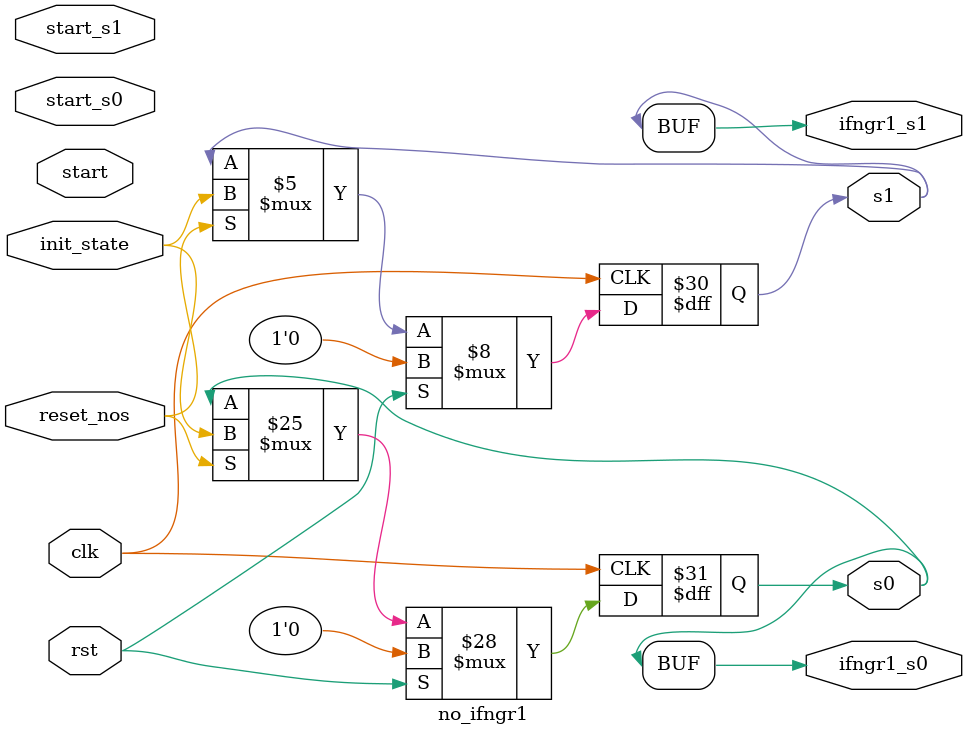
<source format=v>

module no_ifngr1
(
  input clk,
  input start,
  input rst,
  input reset_nos,
  input start_s0,
  input start_s1,
  input init_state,
  output reg [1-1:0] s0,
  output reg [1-1:0] s1,
  output [1-1:0] ifngr1_s0,
  output [1-1:0] ifngr1_s1
);

  reg pass;

  always @(posedge clk) begin
    if(rst) begin
      s0 <= 1'd0;
      pass <= 1'b0;
    end else begin
      if(reset_nos) begin
        s0 <= init_state;
        pass <= 1;
      end else begin
        if(start_s0) begin
          if(pass) begin
            s0 <=  s0 ;
            pass <= 0;
          end else begin
            pass <= 1;
          end
        end 
      end
    end
  end


  always @(posedge clk) begin
    if(rst) begin
      s1 <= 1'd0;
    end else begin
      if(reset_nos) begin
        s1 <= init_state;
      end else begin
        if(start_s1) begin
          s1 <=  s1 ;
        end 
      end
    end
  end

  assign ifngr1_s0 = s0;
  assign ifngr1_s1 = s1;

endmodule

</source>
